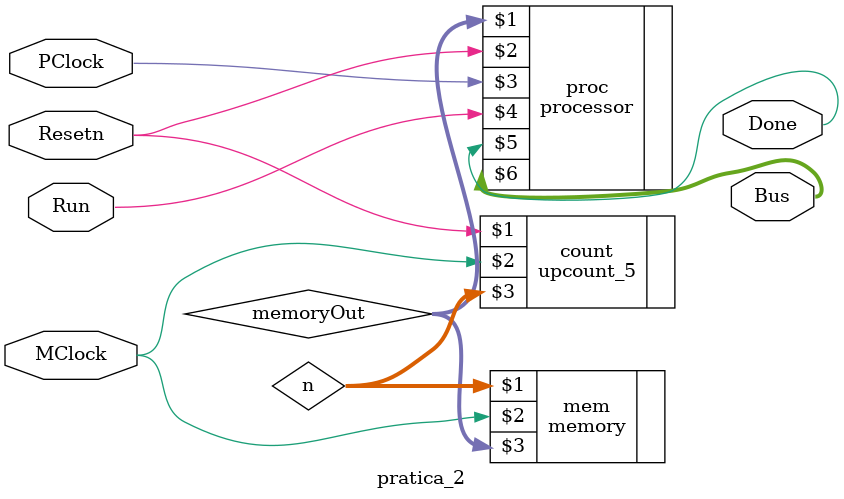
<source format=v>
module pratica_2(MClock, PClock, Resetn, Run, Bus, Done);
	input MClock, PClock, Resetn, Run;
	output [15:0]Bus;
	output Done;

	wire [4:0] n;
	wire [15:0] memoryOut;
	
	upcount_5 count(Resetn, MClock, n);
	memory mem(n, MClock, memoryOut);
	processor proc(memoryOut, Resetn, PClock, Run, Done, Bus);
endmodule

</source>
